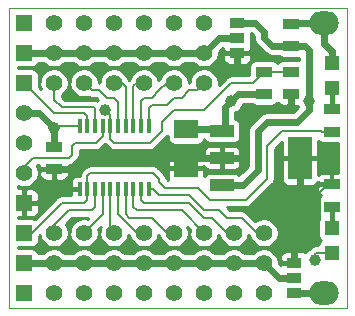
<source format=gtl>
G04 (created by PCBNEW-RS274X (2012-01-19 BZR 3256)-stable) date 1/12/2013 12:24:46 AM*
G01*
G70*
G90*
%MOIN*%
G04 Gerber Fmt 3.4, Leading zero omitted, Abs format*
%FSLAX34Y34*%
G04 APERTURE LIST*
%ADD10C,0.002000*%
%ADD11C,0.003900*%
%ADD12O,0.098400X0.078700*%
%ADD13R,0.080000X0.144000*%
%ADD14R,0.080000X0.040000*%
%ADD15R,0.055000X0.055000*%
%ADD16C,0.055000*%
%ADD17R,0.080000X0.060000*%
%ADD18R,0.047200X0.047200*%
%ADD19R,0.050000X0.038000*%
%ADD20R,0.055000X0.035000*%
%ADD21R,0.016000X0.050000*%
%ADD22C,0.039400*%
%ADD23C,0.024000*%
%ADD24C,0.008000*%
%ADD25C,0.016000*%
%ADD26C,0.010000*%
G04 APERTURE END LIST*
G54D10*
G54D11*
X26500Y-32500D02*
X26500Y-22500D01*
X37750Y-32500D02*
X26500Y-32500D01*
X37750Y-22500D02*
X37750Y-32500D01*
X26500Y-22500D02*
X37750Y-22500D01*
G54D12*
X37000Y-32000D03*
X37000Y-23000D03*
G54D13*
X36200Y-27500D03*
G54D14*
X33600Y-27500D03*
X33600Y-28400D03*
X33600Y-26600D03*
G54D15*
X27000Y-29000D03*
G54D16*
X27000Y-28000D03*
X27000Y-27000D03*
X27000Y-26000D03*
G54D17*
X32400Y-27850D03*
X32400Y-26550D03*
G54D18*
X37250Y-29837D03*
X37250Y-30663D03*
X37250Y-25163D03*
X37250Y-24337D03*
G54D19*
X36000Y-31000D03*
X36000Y-31500D03*
X36000Y-32000D03*
X34100Y-24000D03*
X34100Y-23500D03*
X34100Y-23000D03*
G54D20*
X35900Y-25375D03*
X35900Y-24625D03*
X37250Y-28375D03*
X37250Y-29125D03*
X37250Y-25875D03*
X37250Y-26625D03*
G54D21*
X28850Y-28550D03*
X29100Y-28550D03*
X29360Y-28550D03*
X29620Y-28550D03*
X29870Y-28550D03*
X30130Y-28550D03*
X30390Y-28550D03*
X30640Y-28550D03*
X30900Y-28550D03*
X31150Y-28550D03*
X31150Y-26450D03*
X30900Y-26450D03*
X30640Y-26450D03*
X30390Y-26450D03*
X30130Y-26450D03*
X29870Y-26450D03*
X29620Y-26450D03*
X29360Y-26450D03*
X29100Y-26450D03*
X28850Y-26450D03*
G54D15*
X27000Y-30000D03*
G54D16*
X28000Y-30000D03*
X29000Y-30000D03*
X30000Y-30000D03*
X31000Y-30000D03*
X32000Y-30000D03*
X33000Y-30000D03*
X34000Y-30000D03*
X35000Y-30000D03*
G54D15*
X27000Y-25000D03*
G54D16*
X28000Y-25000D03*
X29000Y-25000D03*
X30000Y-25000D03*
X31000Y-25000D03*
X32000Y-25000D03*
X33000Y-25000D03*
G54D15*
X27000Y-31000D03*
G54D16*
X28000Y-31000D03*
X29000Y-31000D03*
X30000Y-31000D03*
X31000Y-31000D03*
X32000Y-31000D03*
X33000Y-31000D03*
X34000Y-31000D03*
X35000Y-31000D03*
G54D15*
X27000Y-24000D03*
G54D16*
X28000Y-24000D03*
X29000Y-24000D03*
X30000Y-24000D03*
X31000Y-24000D03*
X32000Y-24000D03*
X33000Y-24000D03*
G54D15*
X27000Y-32000D03*
G54D16*
X28000Y-32000D03*
X29000Y-32000D03*
X30000Y-32000D03*
X31000Y-32000D03*
X32000Y-32000D03*
X33000Y-32000D03*
X34000Y-32000D03*
X35000Y-32000D03*
G54D15*
X27000Y-23000D03*
G54D16*
X28000Y-23000D03*
X29000Y-23000D03*
X30000Y-23000D03*
X31000Y-23000D03*
X32000Y-23000D03*
X33000Y-23000D03*
G54D20*
X28000Y-27875D03*
X28000Y-27125D03*
X35000Y-24625D03*
X35000Y-25375D03*
X35900Y-23775D03*
X35900Y-23025D03*
G54D22*
X34400Y-26400D03*
X34100Y-24600D03*
X36000Y-29200D03*
X36500Y-25600D03*
X36700Y-30900D03*
X33900Y-25600D03*
X28000Y-26500D03*
X29700Y-25900D03*
G54D23*
X36750Y-28750D02*
X36750Y-29550D01*
G54D24*
X36750Y-28750D02*
X37125Y-28375D01*
X28300Y-28550D02*
X28000Y-28250D01*
G54D23*
X35375Y-25900D02*
X35400Y-25900D01*
G54D24*
X28850Y-28550D02*
X28300Y-28550D01*
G54D23*
X34300Y-27500D02*
X33600Y-27500D01*
X34400Y-26400D02*
X34400Y-27400D01*
X34400Y-27400D02*
X34300Y-27500D01*
X32400Y-27850D02*
X32400Y-27900D01*
X36000Y-30300D02*
X36000Y-31000D01*
X35716Y-25900D02*
X35900Y-25716D01*
X35900Y-25716D02*
X35900Y-25375D01*
X34900Y-25900D02*
X34400Y-26400D01*
G54D25*
X37125Y-28375D02*
X37250Y-28375D01*
G54D23*
X36000Y-29200D02*
X36000Y-31000D01*
X36750Y-29550D02*
X36000Y-30300D01*
X32400Y-27500D02*
X32400Y-27850D01*
X28900Y-27500D02*
X32400Y-27500D01*
X28525Y-27875D02*
X28900Y-27500D01*
X28000Y-27875D02*
X28525Y-27875D01*
X32400Y-27500D02*
X32400Y-27850D01*
X36200Y-27500D02*
X36200Y-29000D01*
X36200Y-29000D02*
X36000Y-29200D01*
X35400Y-25900D02*
X35716Y-25900D01*
X32375Y-27875D02*
X32400Y-27850D01*
X34100Y-24000D02*
X34100Y-24600D01*
X35400Y-25900D02*
X34900Y-25900D01*
G54D24*
X28000Y-28250D02*
X28000Y-27875D01*
G54D23*
X33600Y-27500D02*
X32400Y-27500D01*
X35275Y-23775D02*
X35900Y-23775D01*
X35000Y-23500D02*
X35275Y-23775D01*
X36100Y-26300D02*
X36500Y-25900D01*
X35000Y-23500D02*
X35000Y-23300D01*
X35800Y-26300D02*
X36100Y-26300D01*
X34700Y-23000D02*
X34100Y-23000D01*
X34300Y-28400D02*
X33600Y-28400D01*
X34800Y-27900D02*
X34800Y-26600D01*
X35000Y-23300D02*
X34700Y-23000D01*
X36375Y-23775D02*
X36500Y-23900D01*
X36500Y-25900D02*
X36500Y-25600D01*
X34500Y-28200D02*
X34300Y-28400D01*
X34800Y-26600D02*
X35100Y-26300D01*
X37000Y-32000D02*
X36000Y-32000D01*
X35100Y-26300D02*
X35800Y-26300D01*
X36500Y-23900D02*
X36500Y-25600D01*
X34800Y-27900D02*
X34500Y-28200D01*
X35900Y-23775D02*
X36375Y-23775D01*
G54D24*
X36700Y-30700D02*
X36700Y-30900D01*
X36737Y-30663D02*
X36700Y-30700D01*
G54D23*
X37000Y-23700D02*
X37250Y-23950D01*
X34125Y-25375D02*
X33900Y-25600D01*
X35000Y-25375D02*
X34125Y-25375D01*
X27500Y-26000D02*
X28000Y-26500D01*
X37000Y-23000D02*
X35925Y-23000D01*
X33550Y-26550D02*
X33600Y-26600D01*
X33700Y-26500D02*
X33600Y-26600D01*
X33700Y-25800D02*
X33700Y-26500D01*
X37000Y-23000D02*
X37000Y-23700D01*
X28000Y-26500D02*
X28000Y-27125D01*
G54D24*
X28050Y-26450D02*
X28000Y-26500D01*
G54D23*
X37250Y-23950D02*
X37250Y-24337D01*
G54D24*
X28850Y-26450D02*
X28050Y-26450D01*
G54D23*
X27000Y-26000D02*
X27500Y-26000D01*
X32400Y-26550D02*
X33550Y-26550D01*
G54D24*
X37250Y-30663D02*
X36737Y-30663D01*
G54D23*
X35925Y-23000D02*
X35900Y-23025D01*
X33900Y-25600D02*
X33700Y-25800D01*
X31000Y-24000D02*
X30000Y-24000D01*
X30000Y-24000D02*
X29000Y-24000D01*
X33000Y-24000D02*
X33500Y-23500D01*
X32000Y-24000D02*
X31000Y-24000D01*
X28000Y-24000D02*
X27000Y-24000D01*
X33000Y-24000D02*
X32000Y-24000D01*
X29000Y-24000D02*
X28000Y-24000D01*
X33500Y-23500D02*
X34100Y-23500D01*
G54D25*
X37250Y-29125D02*
X37250Y-29837D01*
G54D24*
X29870Y-26070D02*
X29700Y-25900D01*
X34625Y-25000D02*
X35000Y-24625D01*
X31600Y-26600D02*
X31600Y-26300D01*
X29870Y-26450D02*
X29870Y-26870D01*
X29870Y-26450D02*
X29870Y-26070D01*
X29870Y-26870D02*
X30000Y-27000D01*
X30000Y-27000D02*
X31200Y-27000D01*
X31200Y-27000D02*
X31600Y-26600D01*
X33000Y-25900D02*
X33900Y-25000D01*
X33900Y-25000D02*
X34625Y-25000D01*
X35000Y-24625D02*
X35900Y-24625D01*
X32000Y-25900D02*
X33000Y-25900D01*
X31600Y-26300D02*
X32000Y-25900D01*
X29100Y-26450D02*
X29100Y-26100D01*
X28000Y-26000D02*
X27000Y-25000D01*
X29000Y-26000D02*
X28000Y-26000D01*
X29100Y-26100D02*
X29000Y-26000D01*
X29620Y-28550D02*
X29620Y-29380D01*
X29620Y-29380D02*
X29000Y-30000D01*
G54D23*
X27000Y-31000D02*
X28000Y-31000D01*
X35500Y-31500D02*
X35000Y-31000D01*
X33000Y-31000D02*
X34000Y-31000D01*
X34000Y-31000D02*
X35000Y-31000D01*
X28000Y-31000D02*
X29000Y-31000D01*
X36000Y-31500D02*
X35500Y-31500D01*
X32000Y-31000D02*
X33000Y-31000D01*
X30000Y-31000D02*
X31000Y-31000D01*
X31000Y-31000D02*
X32000Y-31000D01*
X29000Y-31000D02*
X30000Y-31000D01*
G54D24*
X29250Y-29250D02*
X29360Y-29140D01*
X29360Y-29140D02*
X29360Y-28550D01*
X28500Y-29250D02*
X29250Y-29250D01*
X28000Y-29750D02*
X28500Y-29250D01*
X28000Y-30000D02*
X28000Y-29750D01*
X29870Y-28550D02*
X29870Y-29870D01*
X29870Y-29870D02*
X30000Y-30000D01*
X30750Y-30000D02*
X31000Y-30000D01*
X30130Y-29380D02*
X30750Y-30000D01*
X30130Y-28550D02*
X30130Y-29380D01*
X30390Y-28550D02*
X30390Y-29382D01*
X30390Y-29382D02*
X30508Y-29500D01*
X30508Y-29500D02*
X31250Y-29500D01*
X31750Y-30000D02*
X32000Y-30000D01*
X31250Y-29500D02*
X31750Y-30000D01*
X30750Y-29250D02*
X32250Y-29250D01*
X30640Y-29140D02*
X30750Y-29250D01*
X32250Y-29250D02*
X33000Y-30000D01*
X30640Y-28550D02*
X30640Y-29140D01*
X30900Y-28900D02*
X31000Y-29000D01*
X31000Y-29000D02*
X32500Y-29000D01*
X33750Y-30000D02*
X34000Y-30000D01*
X32500Y-29000D02*
X33000Y-29500D01*
X33000Y-29500D02*
X33250Y-29500D01*
X33250Y-29500D02*
X33750Y-30000D01*
X30900Y-28550D02*
X30900Y-28900D01*
X32508Y-28750D02*
X33008Y-29250D01*
X33008Y-29250D02*
X33500Y-29250D01*
X34250Y-29500D02*
X34750Y-30000D01*
X34750Y-30000D02*
X35000Y-30000D01*
X31150Y-28550D02*
X31300Y-28550D01*
X31500Y-28750D02*
X32508Y-28750D01*
X33750Y-29500D02*
X34250Y-29500D01*
X33500Y-29250D02*
X33750Y-29500D01*
X31300Y-28550D02*
X31500Y-28750D01*
X30130Y-26450D02*
X30130Y-25630D01*
X30130Y-25630D02*
X30000Y-25500D01*
X29250Y-25250D02*
X29000Y-25000D01*
X30000Y-25500D02*
X29750Y-25500D01*
X29750Y-25500D02*
X29500Y-25250D01*
X29500Y-25250D02*
X29250Y-25250D01*
X30390Y-26450D02*
X30390Y-25140D01*
X30250Y-25000D02*
X30000Y-25000D01*
X30390Y-25140D02*
X30250Y-25000D01*
X30640Y-26450D02*
X30640Y-25110D01*
X30640Y-25110D02*
X30750Y-25000D01*
X30750Y-25000D02*
X31000Y-25000D01*
X30900Y-26450D02*
X30900Y-25600D01*
X31000Y-25500D02*
X31250Y-25500D01*
X30900Y-25600D02*
X31000Y-25500D01*
X31250Y-25500D02*
X31500Y-25250D01*
X31500Y-25250D02*
X31750Y-25000D01*
X31750Y-25000D02*
X32000Y-25000D01*
X32250Y-25500D02*
X32500Y-25250D01*
X31150Y-25850D02*
X31250Y-25750D01*
X32750Y-25250D02*
X33000Y-25000D01*
X31250Y-25750D02*
X31750Y-25750D01*
X32000Y-25500D02*
X32250Y-25500D01*
X31750Y-25750D02*
X32000Y-25500D01*
X32500Y-25250D02*
X32750Y-25250D01*
X31150Y-26450D02*
X31150Y-25850D01*
X29318Y-25818D02*
X29360Y-25860D01*
X28000Y-25568D02*
X28250Y-25818D01*
X28000Y-25000D02*
X28000Y-25568D01*
X29360Y-25860D02*
X29360Y-26450D01*
X28250Y-25818D02*
X29318Y-25818D01*
X27000Y-28000D02*
X27000Y-27800D01*
X28600Y-27100D02*
X28700Y-27000D01*
X29620Y-26780D02*
X29620Y-26450D01*
X27300Y-27500D02*
X28500Y-27500D01*
X28500Y-27500D02*
X28600Y-27400D01*
X29400Y-27000D02*
X29620Y-26780D01*
X27000Y-27800D02*
X27300Y-27500D01*
X28600Y-27400D02*
X28600Y-27100D01*
X28700Y-27000D02*
X29400Y-27000D01*
X36925Y-26625D02*
X37250Y-26625D01*
X36925Y-26625D02*
X36900Y-26600D01*
X35100Y-27100D02*
X35100Y-28200D01*
X32700Y-28500D02*
X32800Y-28500D01*
X35600Y-26600D02*
X35100Y-27100D01*
X36900Y-26600D02*
X35600Y-26600D01*
X29100Y-28550D02*
X29100Y-28100D01*
X29200Y-28000D02*
X29100Y-28100D01*
X31300Y-28000D02*
X29200Y-28000D01*
X31700Y-28500D02*
X31500Y-28300D01*
X31500Y-28200D02*
X31300Y-28000D01*
X32600Y-28500D02*
X32700Y-28500D01*
X31500Y-28300D02*
X31500Y-28200D01*
X34400Y-28900D02*
X35100Y-28200D01*
X33200Y-28900D02*
X34400Y-28900D01*
X32800Y-28500D02*
X33200Y-28900D01*
X29000Y-29000D02*
X29100Y-28900D01*
X29100Y-28900D02*
X29100Y-28550D01*
X27250Y-30000D02*
X28250Y-29000D01*
X28250Y-29000D02*
X29000Y-29000D01*
X27000Y-30000D02*
X27250Y-30000D01*
X32600Y-28500D02*
X31700Y-28500D01*
G54D25*
X37250Y-25163D02*
X37250Y-25875D01*
G54D10*
G36*
X36139Y-25792D02*
X35962Y-25969D01*
X35805Y-25969D01*
X35800Y-25969D01*
X35103Y-25969D01*
X35100Y-25969D01*
X35036Y-25975D01*
X34982Y-25991D01*
X34977Y-25993D01*
X34976Y-25993D01*
X34974Y-25994D01*
X34944Y-26009D01*
X34920Y-26022D01*
X34918Y-26023D01*
X34917Y-26024D01*
X34891Y-26045D01*
X34869Y-26063D01*
X34867Y-26065D01*
X34866Y-26066D01*
X34568Y-26364D01*
X34566Y-26366D01*
X34525Y-26415D01*
X34507Y-26449D01*
X34496Y-26470D01*
X34495Y-26472D01*
X34495Y-26473D01*
X34475Y-26534D01*
X34471Y-26573D01*
X34469Y-26595D01*
X34469Y-26599D01*
X34469Y-26600D01*
X34469Y-27763D01*
X34269Y-27963D01*
X34266Y-27966D01*
X34265Y-27967D01*
X34211Y-28019D01*
X34211Y-27721D01*
X34211Y-27582D01*
X34211Y-27418D01*
X34211Y-27279D01*
X34203Y-27238D01*
X34187Y-27200D01*
X34164Y-27166D01*
X34135Y-27136D01*
X34101Y-27113D01*
X34062Y-27097D01*
X34022Y-27089D01*
X33980Y-27089D01*
X33682Y-27089D01*
X33630Y-27141D01*
X33630Y-27470D01*
X34159Y-27470D01*
X34211Y-27418D01*
X34211Y-27582D01*
X34159Y-27530D01*
X33630Y-27530D01*
X33630Y-27859D01*
X33682Y-27911D01*
X33980Y-27911D01*
X34022Y-27911D01*
X34062Y-27903D01*
X34101Y-27887D01*
X34135Y-27864D01*
X34164Y-27834D01*
X34187Y-27800D01*
X34203Y-27762D01*
X34211Y-27721D01*
X34211Y-28019D01*
X34164Y-28066D01*
X34135Y-28036D01*
X34101Y-28013D01*
X34062Y-27997D01*
X34022Y-27989D01*
X33980Y-27989D01*
X33570Y-27989D01*
X33570Y-27859D01*
X33570Y-27580D01*
X33570Y-27530D01*
X33570Y-27470D01*
X33570Y-27420D01*
X33570Y-27141D01*
X33518Y-27089D01*
X33220Y-27089D01*
X33178Y-27089D01*
X33138Y-27097D01*
X33099Y-27113D01*
X33065Y-27136D01*
X33036Y-27166D01*
X33013Y-27200D01*
X32997Y-27238D01*
X32989Y-27279D01*
X32989Y-27418D01*
X32991Y-27420D01*
X32989Y-27420D01*
X32989Y-27454D01*
X32987Y-27450D01*
X32964Y-27416D01*
X32935Y-27386D01*
X32901Y-27363D01*
X32862Y-27347D01*
X32822Y-27339D01*
X32780Y-27339D01*
X32482Y-27339D01*
X32430Y-27391D01*
X32430Y-27820D01*
X32959Y-27820D01*
X33002Y-27776D01*
X33013Y-27800D01*
X33036Y-27834D01*
X33065Y-27864D01*
X33099Y-27887D01*
X33138Y-27903D01*
X33178Y-27911D01*
X33220Y-27911D01*
X33518Y-27911D01*
X33570Y-27859D01*
X33570Y-27989D01*
X33179Y-27989D01*
X33138Y-27997D01*
X33100Y-28013D01*
X33066Y-28036D01*
X33036Y-28065D01*
X33013Y-28099D01*
X33011Y-28103D01*
X33011Y-27932D01*
X32959Y-27880D01*
X32480Y-27880D01*
X32430Y-27880D01*
X32370Y-27880D01*
X32370Y-27820D01*
X32370Y-27391D01*
X32318Y-27339D01*
X32020Y-27339D01*
X31978Y-27339D01*
X31938Y-27347D01*
X31899Y-27363D01*
X31865Y-27386D01*
X31836Y-27416D01*
X31813Y-27450D01*
X31797Y-27488D01*
X31789Y-27529D01*
X31789Y-27768D01*
X31841Y-27820D01*
X32370Y-27820D01*
X32370Y-27880D01*
X32320Y-27880D01*
X31841Y-27880D01*
X31789Y-27932D01*
X31789Y-28171D01*
X31797Y-28212D01*
X31812Y-28249D01*
X31803Y-28249D01*
X31750Y-28196D01*
X31746Y-28153D01*
X31746Y-28151D01*
X31738Y-28125D01*
X31733Y-28106D01*
X31732Y-28104D01*
X31730Y-28100D01*
X31710Y-28062D01*
X31709Y-28061D01*
X31680Y-28025D01*
X31678Y-28023D01*
X31677Y-28022D01*
X31482Y-27828D01*
X31479Y-27824D01*
X31477Y-27823D01*
X31442Y-27793D01*
X31440Y-27791D01*
X31439Y-27791D01*
X31425Y-27783D01*
X31399Y-27769D01*
X31396Y-27768D01*
X31394Y-27767D01*
X31352Y-27754D01*
X31304Y-27749D01*
X31301Y-27749D01*
X31300Y-27749D01*
X29202Y-27749D01*
X29200Y-27749D01*
X29151Y-27754D01*
X29120Y-27762D01*
X29106Y-27767D01*
X29104Y-27767D01*
X29104Y-27768D01*
X29061Y-27791D01*
X29039Y-27808D01*
X29025Y-27820D01*
X29023Y-27822D01*
X29022Y-27823D01*
X28928Y-27917D01*
X28924Y-27921D01*
X28893Y-27958D01*
X28891Y-27959D01*
X28891Y-27961D01*
X28883Y-27975D01*
X28869Y-28001D01*
X28868Y-28003D01*
X28868Y-28004D01*
X28867Y-28006D01*
X28854Y-28048D01*
X28849Y-28089D01*
X28770Y-28089D01*
X28770Y-28091D01*
X28768Y-28089D01*
X28749Y-28089D01*
X28708Y-28097D01*
X28670Y-28113D01*
X28636Y-28136D01*
X28606Y-28165D01*
X28583Y-28199D01*
X28567Y-28238D01*
X28559Y-28278D01*
X28559Y-28320D01*
X28559Y-28468D01*
X28611Y-28520D01*
X28770Y-28520D01*
X28809Y-28520D01*
X28809Y-28580D01*
X28770Y-28580D01*
X28611Y-28580D01*
X28559Y-28632D01*
X28559Y-28749D01*
X28486Y-28749D01*
X28486Y-28071D01*
X28486Y-27957D01*
X28434Y-27905D01*
X28030Y-27905D01*
X28030Y-28209D01*
X28082Y-28261D01*
X28255Y-28261D01*
X28297Y-28261D01*
X28337Y-28253D01*
X28376Y-28237D01*
X28410Y-28214D01*
X28439Y-28184D01*
X28462Y-28150D01*
X28478Y-28112D01*
X28486Y-28071D01*
X28486Y-28749D01*
X28252Y-28749D01*
X28250Y-28749D01*
X28241Y-28749D01*
X28204Y-28753D01*
X28157Y-28767D01*
X28156Y-28767D01*
X28154Y-28768D01*
X28139Y-28775D01*
X28113Y-28789D01*
X28075Y-28820D01*
X28073Y-28822D01*
X28072Y-28823D01*
X27970Y-28925D01*
X27970Y-28209D01*
X27970Y-27905D01*
X27566Y-27905D01*
X27514Y-27957D01*
X27514Y-28071D01*
X27522Y-28112D01*
X27538Y-28150D01*
X27561Y-28184D01*
X27590Y-28214D01*
X27624Y-28237D01*
X27663Y-28253D01*
X27703Y-28261D01*
X27745Y-28261D01*
X27918Y-28261D01*
X27970Y-28209D01*
X27970Y-28925D01*
X27486Y-29409D01*
X27486Y-29296D01*
X27486Y-29082D01*
X27486Y-28918D01*
X27486Y-28704D01*
X27478Y-28663D01*
X27462Y-28625D01*
X27439Y-28591D01*
X27410Y-28561D01*
X27376Y-28538D01*
X27337Y-28522D01*
X27297Y-28514D01*
X27255Y-28514D01*
X27082Y-28514D01*
X27030Y-28566D01*
X27030Y-28970D01*
X27434Y-28970D01*
X27486Y-28918D01*
X27486Y-29082D01*
X27434Y-29030D01*
X27030Y-29030D01*
X27030Y-29434D01*
X27082Y-29486D01*
X27255Y-29486D01*
X27297Y-29486D01*
X27337Y-29478D01*
X27376Y-29462D01*
X27410Y-29439D01*
X27439Y-29409D01*
X27462Y-29375D01*
X27478Y-29337D01*
X27486Y-29296D01*
X27486Y-29409D01*
X27363Y-29532D01*
X27337Y-29522D01*
X27297Y-29514D01*
X27255Y-29514D01*
X26800Y-29514D01*
X26800Y-29486D01*
X26918Y-29486D01*
X26970Y-29434D01*
X26970Y-29080D01*
X26970Y-29030D01*
X26970Y-28970D01*
X26970Y-28920D01*
X26970Y-28566D01*
X26918Y-28514D01*
X26800Y-28514D01*
X26800Y-28443D01*
X26849Y-28465D01*
X26943Y-28485D01*
X27038Y-28487D01*
X27132Y-28470D01*
X27221Y-28436D01*
X27301Y-28385D01*
X27370Y-28319D01*
X27425Y-28241D01*
X27464Y-28154D01*
X27485Y-28061D01*
X27486Y-27952D01*
X27467Y-27859D01*
X27431Y-27770D01*
X27418Y-27751D01*
X27514Y-27751D01*
X27514Y-27793D01*
X27566Y-27845D01*
X27920Y-27845D01*
X27970Y-27845D01*
X28030Y-27845D01*
X28080Y-27845D01*
X28434Y-27845D01*
X28486Y-27793D01*
X28486Y-27751D01*
X28498Y-27751D01*
X28500Y-27751D01*
X28508Y-27750D01*
X28546Y-27747D01*
X28549Y-27746D01*
X28593Y-27733D01*
X28593Y-27732D01*
X28596Y-27732D01*
X28610Y-27724D01*
X28637Y-27711D01*
X28639Y-27709D01*
X28675Y-27680D01*
X28675Y-27679D01*
X28677Y-27678D01*
X28677Y-27677D01*
X28681Y-27672D01*
X28775Y-27579D01*
X28776Y-27579D01*
X28776Y-27578D01*
X28777Y-27578D01*
X28783Y-27570D01*
X28807Y-27542D01*
X28808Y-27540D01*
X28831Y-27499D01*
X28831Y-27496D01*
X28832Y-27496D01*
X28832Y-27493D01*
X28846Y-27452D01*
X28846Y-27450D01*
X28851Y-27404D01*
X28851Y-27401D01*
X28851Y-27400D01*
X28851Y-27251D01*
X29398Y-27251D01*
X29400Y-27251D01*
X29408Y-27250D01*
X29446Y-27247D01*
X29449Y-27246D01*
X29493Y-27233D01*
X29493Y-27232D01*
X29496Y-27232D01*
X29510Y-27224D01*
X29537Y-27211D01*
X29539Y-27209D01*
X29575Y-27180D01*
X29575Y-27179D01*
X29577Y-27178D01*
X29577Y-27177D01*
X29581Y-27172D01*
X29700Y-27054D01*
X29820Y-27175D01*
X29821Y-27176D01*
X29822Y-27177D01*
X29829Y-27183D01*
X29858Y-27207D01*
X29860Y-27208D01*
X29901Y-27231D01*
X29903Y-27231D01*
X29948Y-27246D01*
X29996Y-27251D01*
X30000Y-27251D01*
X31198Y-27251D01*
X31200Y-27251D01*
X31208Y-27250D01*
X31246Y-27247D01*
X31249Y-27246D01*
X31293Y-27233D01*
X31293Y-27232D01*
X31296Y-27232D01*
X31310Y-27224D01*
X31337Y-27211D01*
X31339Y-27209D01*
X31375Y-27180D01*
X31375Y-27179D01*
X31377Y-27178D01*
X31377Y-27177D01*
X31381Y-27172D01*
X31775Y-26779D01*
X31776Y-26779D01*
X31776Y-26778D01*
X31777Y-26778D01*
X31783Y-26770D01*
X31789Y-26763D01*
X31789Y-26871D01*
X31797Y-26912D01*
X31813Y-26950D01*
X31836Y-26984D01*
X31865Y-27014D01*
X31899Y-27037D01*
X31938Y-27053D01*
X31978Y-27061D01*
X32020Y-27061D01*
X32821Y-27061D01*
X32862Y-27053D01*
X32900Y-27037D01*
X32934Y-27014D01*
X32964Y-26985D01*
X32987Y-26951D01*
X33003Y-26912D01*
X33007Y-26887D01*
X33013Y-26900D01*
X33036Y-26934D01*
X33065Y-26964D01*
X33099Y-26987D01*
X33138Y-27003D01*
X33178Y-27011D01*
X33220Y-27011D01*
X34021Y-27011D01*
X34062Y-27003D01*
X34100Y-26987D01*
X34134Y-26964D01*
X34164Y-26935D01*
X34187Y-26901D01*
X34203Y-26862D01*
X34211Y-26822D01*
X34211Y-26780D01*
X34211Y-26379D01*
X34203Y-26338D01*
X34187Y-26300D01*
X34164Y-26266D01*
X34135Y-26236D01*
X34101Y-26213D01*
X34062Y-26197D01*
X34031Y-26190D01*
X34031Y-25985D01*
X34084Y-25965D01*
X34152Y-25922D01*
X34210Y-25867D01*
X34256Y-25802D01*
X34288Y-25729D01*
X34293Y-25706D01*
X34582Y-25706D01*
X34590Y-25714D01*
X34624Y-25737D01*
X34663Y-25753D01*
X34703Y-25761D01*
X34745Y-25761D01*
X35296Y-25761D01*
X35337Y-25753D01*
X35375Y-25737D01*
X35409Y-25714D01*
X35439Y-25685D01*
X35450Y-25668D01*
X35461Y-25684D01*
X35490Y-25714D01*
X35524Y-25737D01*
X35563Y-25753D01*
X35603Y-25761D01*
X35645Y-25761D01*
X35818Y-25761D01*
X35870Y-25709D01*
X35870Y-25455D01*
X35870Y-25405D01*
X35870Y-25345D01*
X35930Y-25345D01*
X35930Y-25405D01*
X35930Y-25455D01*
X35930Y-25709D01*
X35982Y-25761D01*
X36125Y-25761D01*
X36136Y-25787D01*
X36139Y-25792D01*
X36139Y-25792D01*
G37*
G54D26*
X36139Y-25792D02*
X35962Y-25969D01*
X35805Y-25969D01*
X35800Y-25969D01*
X35103Y-25969D01*
X35100Y-25969D01*
X35036Y-25975D01*
X34982Y-25991D01*
X34977Y-25993D01*
X34976Y-25993D01*
X34974Y-25994D01*
X34944Y-26009D01*
X34920Y-26022D01*
X34918Y-26023D01*
X34917Y-26024D01*
X34891Y-26045D01*
X34869Y-26063D01*
X34867Y-26065D01*
X34866Y-26066D01*
X34568Y-26364D01*
X34566Y-26366D01*
X34525Y-26415D01*
X34507Y-26449D01*
X34496Y-26470D01*
X34495Y-26472D01*
X34495Y-26473D01*
X34475Y-26534D01*
X34471Y-26573D01*
X34469Y-26595D01*
X34469Y-26599D01*
X34469Y-26600D01*
X34469Y-27763D01*
X34269Y-27963D01*
X34266Y-27966D01*
X34265Y-27967D01*
X34211Y-28019D01*
X34211Y-27721D01*
X34211Y-27582D01*
X34211Y-27418D01*
X34211Y-27279D01*
X34203Y-27238D01*
X34187Y-27200D01*
X34164Y-27166D01*
X34135Y-27136D01*
X34101Y-27113D01*
X34062Y-27097D01*
X34022Y-27089D01*
X33980Y-27089D01*
X33682Y-27089D01*
X33630Y-27141D01*
X33630Y-27470D01*
X34159Y-27470D01*
X34211Y-27418D01*
X34211Y-27582D01*
X34159Y-27530D01*
X33630Y-27530D01*
X33630Y-27859D01*
X33682Y-27911D01*
X33980Y-27911D01*
X34022Y-27911D01*
X34062Y-27903D01*
X34101Y-27887D01*
X34135Y-27864D01*
X34164Y-27834D01*
X34187Y-27800D01*
X34203Y-27762D01*
X34211Y-27721D01*
X34211Y-28019D01*
X34164Y-28066D01*
X34135Y-28036D01*
X34101Y-28013D01*
X34062Y-27997D01*
X34022Y-27989D01*
X33980Y-27989D01*
X33570Y-27989D01*
X33570Y-27859D01*
X33570Y-27580D01*
X33570Y-27530D01*
X33570Y-27470D01*
X33570Y-27420D01*
X33570Y-27141D01*
X33518Y-27089D01*
X33220Y-27089D01*
X33178Y-27089D01*
X33138Y-27097D01*
X33099Y-27113D01*
X33065Y-27136D01*
X33036Y-27166D01*
X33013Y-27200D01*
X32997Y-27238D01*
X32989Y-27279D01*
X32989Y-27418D01*
X32991Y-27420D01*
X32989Y-27420D01*
X32989Y-27454D01*
X32987Y-27450D01*
X32964Y-27416D01*
X32935Y-27386D01*
X32901Y-27363D01*
X32862Y-27347D01*
X32822Y-27339D01*
X32780Y-27339D01*
X32482Y-27339D01*
X32430Y-27391D01*
X32430Y-27820D01*
X32959Y-27820D01*
X33002Y-27776D01*
X33013Y-27800D01*
X33036Y-27834D01*
X33065Y-27864D01*
X33099Y-27887D01*
X33138Y-27903D01*
X33178Y-27911D01*
X33220Y-27911D01*
X33518Y-27911D01*
X33570Y-27859D01*
X33570Y-27989D01*
X33179Y-27989D01*
X33138Y-27997D01*
X33100Y-28013D01*
X33066Y-28036D01*
X33036Y-28065D01*
X33013Y-28099D01*
X33011Y-28103D01*
X33011Y-27932D01*
X32959Y-27880D01*
X32480Y-27880D01*
X32430Y-27880D01*
X32370Y-27880D01*
X32370Y-27820D01*
X32370Y-27391D01*
X32318Y-27339D01*
X32020Y-27339D01*
X31978Y-27339D01*
X31938Y-27347D01*
X31899Y-27363D01*
X31865Y-27386D01*
X31836Y-27416D01*
X31813Y-27450D01*
X31797Y-27488D01*
X31789Y-27529D01*
X31789Y-27768D01*
X31841Y-27820D01*
X32370Y-27820D01*
X32370Y-27880D01*
X32320Y-27880D01*
X31841Y-27880D01*
X31789Y-27932D01*
X31789Y-28171D01*
X31797Y-28212D01*
X31812Y-28249D01*
X31803Y-28249D01*
X31750Y-28196D01*
X31746Y-28153D01*
X31746Y-28151D01*
X31738Y-28125D01*
X31733Y-28106D01*
X31732Y-28104D01*
X31730Y-28100D01*
X31710Y-28062D01*
X31709Y-28061D01*
X31680Y-28025D01*
X31678Y-28023D01*
X31677Y-28022D01*
X31482Y-27828D01*
X31479Y-27824D01*
X31477Y-27823D01*
X31442Y-27793D01*
X31440Y-27791D01*
X31439Y-27791D01*
X31425Y-27783D01*
X31399Y-27769D01*
X31396Y-27768D01*
X31394Y-27767D01*
X31352Y-27754D01*
X31304Y-27749D01*
X31301Y-27749D01*
X31300Y-27749D01*
X29202Y-27749D01*
X29200Y-27749D01*
X29151Y-27754D01*
X29120Y-27762D01*
X29106Y-27767D01*
X29104Y-27767D01*
X29104Y-27768D01*
X29061Y-27791D01*
X29039Y-27808D01*
X29025Y-27820D01*
X29023Y-27822D01*
X29022Y-27823D01*
X28928Y-27917D01*
X28924Y-27921D01*
X28893Y-27958D01*
X28891Y-27959D01*
X28891Y-27961D01*
X28883Y-27975D01*
X28869Y-28001D01*
X28868Y-28003D01*
X28868Y-28004D01*
X28867Y-28006D01*
X28854Y-28048D01*
X28849Y-28089D01*
X28770Y-28089D01*
X28770Y-28091D01*
X28768Y-28089D01*
X28749Y-28089D01*
X28708Y-28097D01*
X28670Y-28113D01*
X28636Y-28136D01*
X28606Y-28165D01*
X28583Y-28199D01*
X28567Y-28238D01*
X28559Y-28278D01*
X28559Y-28320D01*
X28559Y-28468D01*
X28611Y-28520D01*
X28770Y-28520D01*
X28809Y-28520D01*
X28809Y-28580D01*
X28770Y-28580D01*
X28611Y-28580D01*
X28559Y-28632D01*
X28559Y-28749D01*
X28486Y-28749D01*
X28486Y-28071D01*
X28486Y-27957D01*
X28434Y-27905D01*
X28030Y-27905D01*
X28030Y-28209D01*
X28082Y-28261D01*
X28255Y-28261D01*
X28297Y-28261D01*
X28337Y-28253D01*
X28376Y-28237D01*
X28410Y-28214D01*
X28439Y-28184D01*
X28462Y-28150D01*
X28478Y-28112D01*
X28486Y-28071D01*
X28486Y-28749D01*
X28252Y-28749D01*
X28250Y-28749D01*
X28241Y-28749D01*
X28204Y-28753D01*
X28157Y-28767D01*
X28156Y-28767D01*
X28154Y-28768D01*
X28139Y-28775D01*
X28113Y-28789D01*
X28075Y-28820D01*
X28073Y-28822D01*
X28072Y-28823D01*
X27970Y-28925D01*
X27970Y-28209D01*
X27970Y-27905D01*
X27566Y-27905D01*
X27514Y-27957D01*
X27514Y-28071D01*
X27522Y-28112D01*
X27538Y-28150D01*
X27561Y-28184D01*
X27590Y-28214D01*
X27624Y-28237D01*
X27663Y-28253D01*
X27703Y-28261D01*
X27745Y-28261D01*
X27918Y-28261D01*
X27970Y-28209D01*
X27970Y-28925D01*
X27486Y-29409D01*
X27486Y-29296D01*
X27486Y-29082D01*
X27486Y-28918D01*
X27486Y-28704D01*
X27478Y-28663D01*
X27462Y-28625D01*
X27439Y-28591D01*
X27410Y-28561D01*
X27376Y-28538D01*
X27337Y-28522D01*
X27297Y-28514D01*
X27255Y-28514D01*
X27082Y-28514D01*
X27030Y-28566D01*
X27030Y-28970D01*
X27434Y-28970D01*
X27486Y-28918D01*
X27486Y-29082D01*
X27434Y-29030D01*
X27030Y-29030D01*
X27030Y-29434D01*
X27082Y-29486D01*
X27255Y-29486D01*
X27297Y-29486D01*
X27337Y-29478D01*
X27376Y-29462D01*
X27410Y-29439D01*
X27439Y-29409D01*
X27462Y-29375D01*
X27478Y-29337D01*
X27486Y-29296D01*
X27486Y-29409D01*
X27363Y-29532D01*
X27337Y-29522D01*
X27297Y-29514D01*
X27255Y-29514D01*
X26800Y-29514D01*
X26800Y-29486D01*
X26918Y-29486D01*
X26970Y-29434D01*
X26970Y-29080D01*
X26970Y-29030D01*
X26970Y-28970D01*
X26970Y-28920D01*
X26970Y-28566D01*
X26918Y-28514D01*
X26800Y-28514D01*
X26800Y-28443D01*
X26849Y-28465D01*
X26943Y-28485D01*
X27038Y-28487D01*
X27132Y-28470D01*
X27221Y-28436D01*
X27301Y-28385D01*
X27370Y-28319D01*
X27425Y-28241D01*
X27464Y-28154D01*
X27485Y-28061D01*
X27486Y-27952D01*
X27467Y-27859D01*
X27431Y-27770D01*
X27418Y-27751D01*
X27514Y-27751D01*
X27514Y-27793D01*
X27566Y-27845D01*
X27920Y-27845D01*
X27970Y-27845D01*
X28030Y-27845D01*
X28080Y-27845D01*
X28434Y-27845D01*
X28486Y-27793D01*
X28486Y-27751D01*
X28498Y-27751D01*
X28500Y-27751D01*
X28508Y-27750D01*
X28546Y-27747D01*
X28549Y-27746D01*
X28593Y-27733D01*
X28593Y-27732D01*
X28596Y-27732D01*
X28610Y-27724D01*
X28637Y-27711D01*
X28639Y-27709D01*
X28675Y-27680D01*
X28675Y-27679D01*
X28677Y-27678D01*
X28677Y-27677D01*
X28681Y-27672D01*
X28775Y-27579D01*
X28776Y-27579D01*
X28776Y-27578D01*
X28777Y-27578D01*
X28783Y-27570D01*
X28807Y-27542D01*
X28808Y-27540D01*
X28831Y-27499D01*
X28831Y-27496D01*
X28832Y-27496D01*
X28832Y-27493D01*
X28846Y-27452D01*
X28846Y-27450D01*
X28851Y-27404D01*
X28851Y-27401D01*
X28851Y-27400D01*
X28851Y-27251D01*
X29398Y-27251D01*
X29400Y-27251D01*
X29408Y-27250D01*
X29446Y-27247D01*
X29449Y-27246D01*
X29493Y-27233D01*
X29493Y-27232D01*
X29496Y-27232D01*
X29510Y-27224D01*
X29537Y-27211D01*
X29539Y-27209D01*
X29575Y-27180D01*
X29575Y-27179D01*
X29577Y-27178D01*
X29577Y-27177D01*
X29581Y-27172D01*
X29700Y-27054D01*
X29820Y-27175D01*
X29821Y-27176D01*
X29822Y-27177D01*
X29829Y-27183D01*
X29858Y-27207D01*
X29860Y-27208D01*
X29901Y-27231D01*
X29903Y-27231D01*
X29948Y-27246D01*
X29996Y-27251D01*
X30000Y-27251D01*
X31198Y-27251D01*
X31200Y-27251D01*
X31208Y-27250D01*
X31246Y-27247D01*
X31249Y-27246D01*
X31293Y-27233D01*
X31293Y-27232D01*
X31296Y-27232D01*
X31310Y-27224D01*
X31337Y-27211D01*
X31339Y-27209D01*
X31375Y-27180D01*
X31375Y-27179D01*
X31377Y-27178D01*
X31377Y-27177D01*
X31381Y-27172D01*
X31775Y-26779D01*
X31776Y-26779D01*
X31776Y-26778D01*
X31777Y-26778D01*
X31783Y-26770D01*
X31789Y-26763D01*
X31789Y-26871D01*
X31797Y-26912D01*
X31813Y-26950D01*
X31836Y-26984D01*
X31865Y-27014D01*
X31899Y-27037D01*
X31938Y-27053D01*
X31978Y-27061D01*
X32020Y-27061D01*
X32821Y-27061D01*
X32862Y-27053D01*
X32900Y-27037D01*
X32934Y-27014D01*
X32964Y-26985D01*
X32987Y-26951D01*
X33003Y-26912D01*
X33007Y-26887D01*
X33013Y-26900D01*
X33036Y-26934D01*
X33065Y-26964D01*
X33099Y-26987D01*
X33138Y-27003D01*
X33178Y-27011D01*
X33220Y-27011D01*
X34021Y-27011D01*
X34062Y-27003D01*
X34100Y-26987D01*
X34134Y-26964D01*
X34164Y-26935D01*
X34187Y-26901D01*
X34203Y-26862D01*
X34211Y-26822D01*
X34211Y-26780D01*
X34211Y-26379D01*
X34203Y-26338D01*
X34187Y-26300D01*
X34164Y-26266D01*
X34135Y-26236D01*
X34101Y-26213D01*
X34062Y-26197D01*
X34031Y-26190D01*
X34031Y-25985D01*
X34084Y-25965D01*
X34152Y-25922D01*
X34210Y-25867D01*
X34256Y-25802D01*
X34288Y-25729D01*
X34293Y-25706D01*
X34582Y-25706D01*
X34590Y-25714D01*
X34624Y-25737D01*
X34663Y-25753D01*
X34703Y-25761D01*
X34745Y-25761D01*
X35296Y-25761D01*
X35337Y-25753D01*
X35375Y-25737D01*
X35409Y-25714D01*
X35439Y-25685D01*
X35450Y-25668D01*
X35461Y-25684D01*
X35490Y-25714D01*
X35524Y-25737D01*
X35563Y-25753D01*
X35603Y-25761D01*
X35645Y-25761D01*
X35818Y-25761D01*
X35870Y-25709D01*
X35870Y-25455D01*
X35870Y-25405D01*
X35870Y-25345D01*
X35930Y-25345D01*
X35930Y-25405D01*
X35930Y-25455D01*
X35930Y-25709D01*
X35982Y-25761D01*
X36125Y-25761D01*
X36136Y-25787D01*
X36139Y-25792D01*
G54D10*
G36*
X36169Y-24239D02*
X36155Y-24239D01*
X35604Y-24239D01*
X35563Y-24247D01*
X35525Y-24263D01*
X35491Y-24286D01*
X35461Y-24315D01*
X35449Y-24331D01*
X35439Y-24316D01*
X35410Y-24286D01*
X35376Y-24263D01*
X35337Y-24247D01*
X35297Y-24239D01*
X35255Y-24239D01*
X34704Y-24239D01*
X34663Y-24247D01*
X34625Y-24263D01*
X34591Y-24286D01*
X34561Y-24315D01*
X34561Y-24212D01*
X34561Y-24170D01*
X34561Y-24082D01*
X34509Y-24030D01*
X34130Y-24030D01*
X34130Y-24349D01*
X34182Y-24401D01*
X34371Y-24401D01*
X34412Y-24393D01*
X34450Y-24377D01*
X34484Y-24354D01*
X34514Y-24325D01*
X34537Y-24291D01*
X34553Y-24252D01*
X34561Y-24212D01*
X34561Y-24315D01*
X34538Y-24349D01*
X34522Y-24388D01*
X34514Y-24428D01*
X34514Y-24470D01*
X34514Y-24749D01*
X34070Y-24749D01*
X34070Y-24349D01*
X34070Y-24030D01*
X33691Y-24030D01*
X33639Y-24082D01*
X33639Y-24170D01*
X33639Y-24212D01*
X33647Y-24252D01*
X33663Y-24291D01*
X33686Y-24325D01*
X33716Y-24354D01*
X33750Y-24377D01*
X33788Y-24393D01*
X33829Y-24401D01*
X34018Y-24401D01*
X34070Y-24349D01*
X34070Y-24749D01*
X33900Y-24749D01*
X33851Y-24754D01*
X33825Y-24761D01*
X33806Y-24767D01*
X33804Y-24767D01*
X33804Y-24768D01*
X33800Y-24770D01*
X33762Y-24790D01*
X33725Y-24820D01*
X33723Y-24822D01*
X33722Y-24823D01*
X33485Y-25060D01*
X33486Y-24952D01*
X33467Y-24859D01*
X33431Y-24770D01*
X33378Y-24691D01*
X33311Y-24623D01*
X33232Y-24570D01*
X33144Y-24533D01*
X33051Y-24514D01*
X32955Y-24514D01*
X32862Y-24532D01*
X32773Y-24567D01*
X32694Y-24620D01*
X32626Y-24686D01*
X32572Y-24765D01*
X32534Y-24853D01*
X32515Y-24946D01*
X32513Y-24999D01*
X32502Y-24999D01*
X32500Y-24999D01*
X32485Y-25000D01*
X32486Y-24952D01*
X32467Y-24859D01*
X32431Y-24770D01*
X32378Y-24691D01*
X32311Y-24623D01*
X32232Y-24570D01*
X32144Y-24533D01*
X32051Y-24514D01*
X31955Y-24514D01*
X31862Y-24532D01*
X31773Y-24567D01*
X31694Y-24620D01*
X31626Y-24686D01*
X31572Y-24765D01*
X31534Y-24853D01*
X31531Y-24863D01*
X31478Y-24916D01*
X31467Y-24859D01*
X31431Y-24770D01*
X31378Y-24691D01*
X31311Y-24623D01*
X31232Y-24570D01*
X31144Y-24533D01*
X31051Y-24514D01*
X30955Y-24514D01*
X30862Y-24532D01*
X30773Y-24567D01*
X30694Y-24620D01*
X30626Y-24686D01*
X30572Y-24765D01*
X30534Y-24853D01*
X30531Y-24863D01*
X30500Y-24895D01*
X30467Y-24863D01*
X30467Y-24859D01*
X30431Y-24770D01*
X30378Y-24691D01*
X30311Y-24623D01*
X30232Y-24570D01*
X30144Y-24533D01*
X30051Y-24514D01*
X29955Y-24514D01*
X29862Y-24532D01*
X29773Y-24567D01*
X29694Y-24620D01*
X29626Y-24686D01*
X29572Y-24765D01*
X29534Y-24853D01*
X29515Y-24946D01*
X29513Y-25000D01*
X29504Y-24999D01*
X29501Y-24999D01*
X29500Y-24999D01*
X29485Y-24999D01*
X29486Y-24952D01*
X29467Y-24859D01*
X29431Y-24770D01*
X29378Y-24691D01*
X29311Y-24623D01*
X29232Y-24570D01*
X29144Y-24533D01*
X29051Y-24514D01*
X28955Y-24514D01*
X28862Y-24532D01*
X28773Y-24567D01*
X28694Y-24620D01*
X28626Y-24686D01*
X28572Y-24765D01*
X28534Y-24853D01*
X28515Y-24946D01*
X28513Y-25041D01*
X28531Y-25135D01*
X28566Y-25224D01*
X28617Y-25304D01*
X28684Y-25372D01*
X28762Y-25426D01*
X28849Y-25465D01*
X28943Y-25485D01*
X29038Y-25487D01*
X29131Y-25470D01*
X29132Y-25470D01*
X29151Y-25481D01*
X29153Y-25482D01*
X29170Y-25487D01*
X29198Y-25496D01*
X29200Y-25496D01*
X29246Y-25501D01*
X29249Y-25501D01*
X29250Y-25501D01*
X29396Y-25501D01*
X29463Y-25568D01*
X29444Y-25581D01*
X29430Y-25594D01*
X29417Y-25587D01*
X29414Y-25586D01*
X29412Y-25585D01*
X29370Y-25572D01*
X29322Y-25567D01*
X29319Y-25567D01*
X29318Y-25567D01*
X28353Y-25567D01*
X28251Y-25464D01*
X28251Y-25416D01*
X28301Y-25385D01*
X28370Y-25319D01*
X28425Y-25241D01*
X28464Y-25154D01*
X28485Y-25061D01*
X28486Y-24952D01*
X28467Y-24859D01*
X28431Y-24770D01*
X28378Y-24691D01*
X28311Y-24623D01*
X28232Y-24570D01*
X28144Y-24533D01*
X28051Y-24514D01*
X27955Y-24514D01*
X27862Y-24532D01*
X27773Y-24567D01*
X27694Y-24620D01*
X27626Y-24686D01*
X27572Y-24765D01*
X27534Y-24853D01*
X27515Y-24946D01*
X27513Y-25041D01*
X27531Y-25135D01*
X27557Y-25203D01*
X27486Y-25131D01*
X27486Y-24704D01*
X27478Y-24663D01*
X27462Y-24625D01*
X27439Y-24591D01*
X27410Y-24561D01*
X27376Y-24538D01*
X27337Y-24522D01*
X27297Y-24514D01*
X27255Y-24514D01*
X26800Y-24514D01*
X26800Y-24486D01*
X27296Y-24486D01*
X27337Y-24478D01*
X27375Y-24462D01*
X27409Y-24439D01*
X27439Y-24410D01*
X27462Y-24376D01*
X27478Y-24337D01*
X27479Y-24331D01*
X27643Y-24331D01*
X27684Y-24372D01*
X27762Y-24426D01*
X27849Y-24465D01*
X27943Y-24485D01*
X28038Y-24487D01*
X28132Y-24470D01*
X28221Y-24436D01*
X28301Y-24385D01*
X28357Y-24331D01*
X28643Y-24331D01*
X28684Y-24372D01*
X28762Y-24426D01*
X28849Y-24465D01*
X28943Y-24485D01*
X29038Y-24487D01*
X29132Y-24470D01*
X29221Y-24436D01*
X29301Y-24385D01*
X29357Y-24331D01*
X29643Y-24331D01*
X29684Y-24372D01*
X29762Y-24426D01*
X29849Y-24465D01*
X29943Y-24485D01*
X30038Y-24487D01*
X30132Y-24470D01*
X30221Y-24436D01*
X30301Y-24385D01*
X30357Y-24331D01*
X30643Y-24331D01*
X30684Y-24372D01*
X30762Y-24426D01*
X30849Y-24465D01*
X30943Y-24485D01*
X31038Y-24487D01*
X31132Y-24470D01*
X31221Y-24436D01*
X31301Y-24385D01*
X31357Y-24331D01*
X31643Y-24331D01*
X31684Y-24372D01*
X31762Y-24426D01*
X31849Y-24465D01*
X31943Y-24485D01*
X32038Y-24487D01*
X32132Y-24470D01*
X32221Y-24436D01*
X32301Y-24385D01*
X32357Y-24331D01*
X32643Y-24331D01*
X32684Y-24372D01*
X32762Y-24426D01*
X32849Y-24465D01*
X32943Y-24485D01*
X33038Y-24487D01*
X33132Y-24470D01*
X33221Y-24436D01*
X33301Y-24385D01*
X33370Y-24319D01*
X33425Y-24241D01*
X33464Y-24154D01*
X33485Y-24061D01*
X33485Y-23982D01*
X33637Y-23831D01*
X33639Y-23831D01*
X33639Y-23918D01*
X33691Y-23970D01*
X34020Y-23970D01*
X34070Y-23970D01*
X34130Y-23970D01*
X34180Y-23970D01*
X34509Y-23970D01*
X34561Y-23918D01*
X34561Y-23830D01*
X34561Y-23788D01*
X34553Y-23752D01*
X34553Y-23750D01*
X34553Y-23748D01*
X34561Y-23712D01*
X34561Y-23670D01*
X34561Y-23331D01*
X34563Y-23331D01*
X34669Y-23437D01*
X34669Y-23497D01*
X34669Y-23500D01*
X34675Y-23564D01*
X34691Y-23618D01*
X34693Y-23623D01*
X34694Y-23626D01*
X34709Y-23656D01*
X34722Y-23680D01*
X34723Y-23681D01*
X34724Y-23683D01*
X34732Y-23692D01*
X34762Y-23731D01*
X34765Y-23733D01*
X34766Y-23734D01*
X35039Y-24007D01*
X35040Y-24008D01*
X35049Y-24016D01*
X35088Y-24048D01*
X35090Y-24049D01*
X35145Y-24079D01*
X35147Y-24080D01*
X35163Y-24084D01*
X35206Y-24099D01*
X35209Y-24099D01*
X35270Y-24106D01*
X35275Y-24106D01*
X35482Y-24106D01*
X35490Y-24114D01*
X35524Y-24137D01*
X35563Y-24153D01*
X35603Y-24161D01*
X35645Y-24161D01*
X36169Y-24161D01*
X36169Y-24239D01*
X36169Y-24239D01*
G37*
G54D26*
X36169Y-24239D02*
X36155Y-24239D01*
X35604Y-24239D01*
X35563Y-24247D01*
X35525Y-24263D01*
X35491Y-24286D01*
X35461Y-24315D01*
X35449Y-24331D01*
X35439Y-24316D01*
X35410Y-24286D01*
X35376Y-24263D01*
X35337Y-24247D01*
X35297Y-24239D01*
X35255Y-24239D01*
X34704Y-24239D01*
X34663Y-24247D01*
X34625Y-24263D01*
X34591Y-24286D01*
X34561Y-24315D01*
X34561Y-24212D01*
X34561Y-24170D01*
X34561Y-24082D01*
X34509Y-24030D01*
X34130Y-24030D01*
X34130Y-24349D01*
X34182Y-24401D01*
X34371Y-24401D01*
X34412Y-24393D01*
X34450Y-24377D01*
X34484Y-24354D01*
X34514Y-24325D01*
X34537Y-24291D01*
X34553Y-24252D01*
X34561Y-24212D01*
X34561Y-24315D01*
X34538Y-24349D01*
X34522Y-24388D01*
X34514Y-24428D01*
X34514Y-24470D01*
X34514Y-24749D01*
X34070Y-24749D01*
X34070Y-24349D01*
X34070Y-24030D01*
X33691Y-24030D01*
X33639Y-24082D01*
X33639Y-24170D01*
X33639Y-24212D01*
X33647Y-24252D01*
X33663Y-24291D01*
X33686Y-24325D01*
X33716Y-24354D01*
X33750Y-24377D01*
X33788Y-24393D01*
X33829Y-24401D01*
X34018Y-24401D01*
X34070Y-24349D01*
X34070Y-24749D01*
X33900Y-24749D01*
X33851Y-24754D01*
X33825Y-24761D01*
X33806Y-24767D01*
X33804Y-24767D01*
X33804Y-24768D01*
X33800Y-24770D01*
X33762Y-24790D01*
X33725Y-24820D01*
X33723Y-24822D01*
X33722Y-24823D01*
X33485Y-25060D01*
X33486Y-24952D01*
X33467Y-24859D01*
X33431Y-24770D01*
X33378Y-24691D01*
X33311Y-24623D01*
X33232Y-24570D01*
X33144Y-24533D01*
X33051Y-24514D01*
X32955Y-24514D01*
X32862Y-24532D01*
X32773Y-24567D01*
X32694Y-24620D01*
X32626Y-24686D01*
X32572Y-24765D01*
X32534Y-24853D01*
X32515Y-24946D01*
X32513Y-24999D01*
X32502Y-24999D01*
X32500Y-24999D01*
X32485Y-25000D01*
X32486Y-24952D01*
X32467Y-24859D01*
X32431Y-24770D01*
X32378Y-24691D01*
X32311Y-24623D01*
X32232Y-24570D01*
X32144Y-24533D01*
X32051Y-24514D01*
X31955Y-24514D01*
X31862Y-24532D01*
X31773Y-24567D01*
X31694Y-24620D01*
X31626Y-24686D01*
X31572Y-24765D01*
X31534Y-24853D01*
X31531Y-24863D01*
X31478Y-24916D01*
X31467Y-24859D01*
X31431Y-24770D01*
X31378Y-24691D01*
X31311Y-24623D01*
X31232Y-24570D01*
X31144Y-24533D01*
X31051Y-24514D01*
X30955Y-24514D01*
X30862Y-24532D01*
X30773Y-24567D01*
X30694Y-24620D01*
X30626Y-24686D01*
X30572Y-24765D01*
X30534Y-24853D01*
X30531Y-24863D01*
X30500Y-24895D01*
X30467Y-24863D01*
X30467Y-24859D01*
X30431Y-24770D01*
X30378Y-24691D01*
X30311Y-24623D01*
X30232Y-24570D01*
X30144Y-24533D01*
X30051Y-24514D01*
X29955Y-24514D01*
X29862Y-24532D01*
X29773Y-24567D01*
X29694Y-24620D01*
X29626Y-24686D01*
X29572Y-24765D01*
X29534Y-24853D01*
X29515Y-24946D01*
X29513Y-25000D01*
X29504Y-24999D01*
X29501Y-24999D01*
X29500Y-24999D01*
X29485Y-24999D01*
X29486Y-24952D01*
X29467Y-24859D01*
X29431Y-24770D01*
X29378Y-24691D01*
X29311Y-24623D01*
X29232Y-24570D01*
X29144Y-24533D01*
X29051Y-24514D01*
X28955Y-24514D01*
X28862Y-24532D01*
X28773Y-24567D01*
X28694Y-24620D01*
X28626Y-24686D01*
X28572Y-24765D01*
X28534Y-24853D01*
X28515Y-24946D01*
X28513Y-25041D01*
X28531Y-25135D01*
X28566Y-25224D01*
X28617Y-25304D01*
X28684Y-25372D01*
X28762Y-25426D01*
X28849Y-25465D01*
X28943Y-25485D01*
X29038Y-25487D01*
X29131Y-25470D01*
X29132Y-25470D01*
X29151Y-25481D01*
X29153Y-25482D01*
X29170Y-25487D01*
X29198Y-25496D01*
X29200Y-25496D01*
X29246Y-25501D01*
X29249Y-25501D01*
X29250Y-25501D01*
X29396Y-25501D01*
X29463Y-25568D01*
X29444Y-25581D01*
X29430Y-25594D01*
X29417Y-25587D01*
X29414Y-25586D01*
X29412Y-25585D01*
X29370Y-25572D01*
X29322Y-25567D01*
X29319Y-25567D01*
X29318Y-25567D01*
X28353Y-25567D01*
X28251Y-25464D01*
X28251Y-25416D01*
X28301Y-25385D01*
X28370Y-25319D01*
X28425Y-25241D01*
X28464Y-25154D01*
X28485Y-25061D01*
X28486Y-24952D01*
X28467Y-24859D01*
X28431Y-24770D01*
X28378Y-24691D01*
X28311Y-24623D01*
X28232Y-24570D01*
X28144Y-24533D01*
X28051Y-24514D01*
X27955Y-24514D01*
X27862Y-24532D01*
X27773Y-24567D01*
X27694Y-24620D01*
X27626Y-24686D01*
X27572Y-24765D01*
X27534Y-24853D01*
X27515Y-24946D01*
X27513Y-25041D01*
X27531Y-25135D01*
X27557Y-25203D01*
X27486Y-25131D01*
X27486Y-24704D01*
X27478Y-24663D01*
X27462Y-24625D01*
X27439Y-24591D01*
X27410Y-24561D01*
X27376Y-24538D01*
X27337Y-24522D01*
X27297Y-24514D01*
X27255Y-24514D01*
X26800Y-24514D01*
X26800Y-24486D01*
X27296Y-24486D01*
X27337Y-24478D01*
X27375Y-24462D01*
X27409Y-24439D01*
X27439Y-24410D01*
X27462Y-24376D01*
X27478Y-24337D01*
X27479Y-24331D01*
X27643Y-24331D01*
X27684Y-24372D01*
X27762Y-24426D01*
X27849Y-24465D01*
X27943Y-24485D01*
X28038Y-24487D01*
X28132Y-24470D01*
X28221Y-24436D01*
X28301Y-24385D01*
X28357Y-24331D01*
X28643Y-24331D01*
X28684Y-24372D01*
X28762Y-24426D01*
X28849Y-24465D01*
X28943Y-24485D01*
X29038Y-24487D01*
X29132Y-24470D01*
X29221Y-24436D01*
X29301Y-24385D01*
X29357Y-24331D01*
X29643Y-24331D01*
X29684Y-24372D01*
X29762Y-24426D01*
X29849Y-24465D01*
X29943Y-24485D01*
X30038Y-24487D01*
X30132Y-24470D01*
X30221Y-24436D01*
X30301Y-24385D01*
X30357Y-24331D01*
X30643Y-24331D01*
X30684Y-24372D01*
X30762Y-24426D01*
X30849Y-24465D01*
X30943Y-24485D01*
X31038Y-24487D01*
X31132Y-24470D01*
X31221Y-24436D01*
X31301Y-24385D01*
X31357Y-24331D01*
X31643Y-24331D01*
X31684Y-24372D01*
X31762Y-24426D01*
X31849Y-24465D01*
X31943Y-24485D01*
X32038Y-24487D01*
X32132Y-24470D01*
X32221Y-24436D01*
X32301Y-24385D01*
X32357Y-24331D01*
X32643Y-24331D01*
X32684Y-24372D01*
X32762Y-24426D01*
X32849Y-24465D01*
X32943Y-24485D01*
X33038Y-24487D01*
X33132Y-24470D01*
X33221Y-24436D01*
X33301Y-24385D01*
X33370Y-24319D01*
X33425Y-24241D01*
X33464Y-24154D01*
X33485Y-24061D01*
X33485Y-23982D01*
X33637Y-23831D01*
X33639Y-23831D01*
X33639Y-23918D01*
X33691Y-23970D01*
X34020Y-23970D01*
X34070Y-23970D01*
X34130Y-23970D01*
X34180Y-23970D01*
X34509Y-23970D01*
X34561Y-23918D01*
X34561Y-23830D01*
X34561Y-23788D01*
X34553Y-23752D01*
X34553Y-23750D01*
X34553Y-23748D01*
X34561Y-23712D01*
X34561Y-23670D01*
X34561Y-23331D01*
X34563Y-23331D01*
X34669Y-23437D01*
X34669Y-23497D01*
X34669Y-23500D01*
X34675Y-23564D01*
X34691Y-23618D01*
X34693Y-23623D01*
X34694Y-23626D01*
X34709Y-23656D01*
X34722Y-23680D01*
X34723Y-23681D01*
X34724Y-23683D01*
X34732Y-23692D01*
X34762Y-23731D01*
X34765Y-23733D01*
X34766Y-23734D01*
X35039Y-24007D01*
X35040Y-24008D01*
X35049Y-24016D01*
X35088Y-24048D01*
X35090Y-24049D01*
X35145Y-24079D01*
X35147Y-24080D01*
X35163Y-24084D01*
X35206Y-24099D01*
X35209Y-24099D01*
X35270Y-24106D01*
X35275Y-24106D01*
X35482Y-24106D01*
X35490Y-24114D01*
X35524Y-24137D01*
X35563Y-24153D01*
X35603Y-24161D01*
X35645Y-24161D01*
X36169Y-24161D01*
X36169Y-24239D01*
G54D10*
G36*
X37450Y-27989D02*
X37332Y-27989D01*
X37280Y-28041D01*
X37280Y-28295D01*
X37280Y-28345D01*
X37280Y-28405D01*
X37220Y-28405D01*
X37220Y-28345D01*
X37220Y-28041D01*
X37168Y-27989D01*
X36995Y-27989D01*
X36953Y-27989D01*
X36913Y-27997D01*
X36874Y-28013D01*
X36840Y-28036D01*
X36811Y-28066D01*
X36811Y-27582D01*
X36759Y-27530D01*
X36230Y-27530D01*
X36230Y-28379D01*
X36282Y-28431D01*
X36580Y-28431D01*
X36622Y-28431D01*
X36662Y-28423D01*
X36701Y-28407D01*
X36735Y-28384D01*
X36764Y-28354D01*
X36787Y-28320D01*
X36788Y-28317D01*
X36816Y-28345D01*
X37220Y-28345D01*
X37220Y-28405D01*
X37170Y-28405D01*
X36816Y-28405D01*
X36764Y-28457D01*
X36764Y-28571D01*
X36772Y-28612D01*
X36788Y-28650D01*
X36811Y-28684D01*
X36840Y-28714D01*
X36874Y-28737D01*
X36905Y-28750D01*
X36875Y-28763D01*
X36841Y-28786D01*
X36811Y-28815D01*
X36788Y-28849D01*
X36772Y-28888D01*
X36764Y-28928D01*
X36764Y-28970D01*
X36764Y-29321D01*
X36772Y-29362D01*
X36788Y-29400D01*
X36811Y-29434D01*
X36840Y-29464D01*
X36847Y-29469D01*
X36827Y-29500D01*
X36811Y-29539D01*
X36803Y-29579D01*
X36803Y-29621D01*
X36803Y-30094D01*
X36811Y-30135D01*
X36827Y-30173D01*
X36850Y-30207D01*
X36879Y-30237D01*
X36898Y-30250D01*
X36880Y-30263D01*
X36850Y-30292D01*
X36827Y-30326D01*
X36811Y-30365D01*
X36803Y-30405D01*
X36803Y-30412D01*
X36739Y-30412D01*
X36737Y-30412D01*
X36728Y-30412D01*
X36691Y-30416D01*
X36643Y-30430D01*
X36641Y-30430D01*
X36641Y-30431D01*
X36598Y-30454D01*
X36576Y-30471D01*
X36562Y-30483D01*
X36560Y-30485D01*
X36559Y-30486D01*
X36528Y-30517D01*
X36524Y-30521D01*
X36510Y-30537D01*
X36509Y-30538D01*
X36444Y-30581D01*
X36387Y-30637D01*
X36381Y-30644D01*
X36350Y-30623D01*
X36312Y-30607D01*
X36271Y-30599D01*
X36170Y-30599D01*
X36170Y-28379D01*
X36170Y-27530D01*
X35641Y-27530D01*
X35589Y-27582D01*
X35589Y-28241D01*
X35597Y-28282D01*
X35613Y-28320D01*
X35636Y-28354D01*
X35665Y-28384D01*
X35699Y-28407D01*
X35738Y-28423D01*
X35778Y-28431D01*
X35820Y-28431D01*
X36118Y-28431D01*
X36170Y-28379D01*
X36170Y-30599D01*
X36082Y-30599D01*
X36030Y-30651D01*
X36030Y-30920D01*
X36030Y-30970D01*
X36030Y-31030D01*
X35970Y-31030D01*
X35970Y-30970D01*
X35970Y-30651D01*
X35918Y-30599D01*
X35729Y-30599D01*
X35688Y-30607D01*
X35650Y-30623D01*
X35616Y-30646D01*
X35586Y-30675D01*
X35563Y-30709D01*
X35547Y-30748D01*
X35539Y-30788D01*
X35539Y-30830D01*
X35539Y-30918D01*
X35591Y-30970D01*
X35970Y-30970D01*
X35970Y-31030D01*
X35920Y-31030D01*
X35591Y-31030D01*
X35544Y-31076D01*
X35485Y-31017D01*
X35486Y-30952D01*
X35467Y-30859D01*
X35431Y-30770D01*
X35378Y-30691D01*
X35311Y-30623D01*
X35232Y-30570D01*
X35144Y-30533D01*
X35051Y-30514D01*
X34955Y-30514D01*
X34862Y-30532D01*
X34773Y-30567D01*
X34694Y-30620D01*
X34643Y-30669D01*
X34356Y-30669D01*
X34311Y-30623D01*
X34232Y-30570D01*
X34144Y-30533D01*
X34051Y-30514D01*
X33955Y-30514D01*
X33862Y-30532D01*
X33773Y-30567D01*
X33694Y-30620D01*
X33643Y-30669D01*
X33356Y-30669D01*
X33311Y-30623D01*
X33232Y-30570D01*
X33144Y-30533D01*
X33051Y-30514D01*
X32955Y-30514D01*
X32862Y-30532D01*
X32773Y-30567D01*
X32694Y-30620D01*
X32643Y-30669D01*
X32356Y-30669D01*
X32311Y-30623D01*
X32232Y-30570D01*
X32144Y-30533D01*
X32051Y-30514D01*
X31955Y-30514D01*
X31862Y-30532D01*
X31773Y-30567D01*
X31694Y-30620D01*
X31643Y-30669D01*
X31356Y-30669D01*
X31311Y-30623D01*
X31232Y-30570D01*
X31144Y-30533D01*
X31051Y-30514D01*
X30955Y-30514D01*
X30862Y-30532D01*
X30773Y-30567D01*
X30694Y-30620D01*
X30643Y-30669D01*
X30356Y-30669D01*
X30311Y-30623D01*
X30232Y-30570D01*
X30144Y-30533D01*
X30051Y-30514D01*
X29955Y-30514D01*
X29862Y-30532D01*
X29773Y-30567D01*
X29694Y-30620D01*
X29643Y-30669D01*
X29356Y-30669D01*
X29311Y-30623D01*
X29232Y-30570D01*
X29144Y-30533D01*
X29051Y-30514D01*
X28955Y-30514D01*
X28862Y-30532D01*
X28773Y-30567D01*
X28694Y-30620D01*
X28643Y-30669D01*
X28356Y-30669D01*
X28311Y-30623D01*
X28232Y-30570D01*
X28144Y-30533D01*
X28051Y-30514D01*
X27955Y-30514D01*
X27862Y-30532D01*
X27773Y-30567D01*
X27694Y-30620D01*
X27643Y-30669D01*
X27479Y-30669D01*
X27478Y-30663D01*
X27462Y-30625D01*
X27439Y-30591D01*
X27410Y-30561D01*
X27376Y-30538D01*
X27337Y-30522D01*
X27297Y-30514D01*
X27255Y-30514D01*
X26800Y-30514D01*
X26800Y-30486D01*
X27296Y-30486D01*
X27337Y-30478D01*
X27375Y-30462D01*
X27409Y-30439D01*
X27439Y-30410D01*
X27462Y-30376D01*
X27478Y-30337D01*
X27486Y-30297D01*
X27486Y-30255D01*
X27486Y-30118D01*
X27521Y-30083D01*
X27531Y-30135D01*
X27566Y-30224D01*
X27617Y-30304D01*
X27684Y-30372D01*
X27762Y-30426D01*
X27849Y-30465D01*
X27943Y-30485D01*
X28038Y-30487D01*
X28132Y-30470D01*
X28221Y-30436D01*
X28301Y-30385D01*
X28370Y-30319D01*
X28425Y-30241D01*
X28464Y-30154D01*
X28485Y-30061D01*
X28486Y-29952D01*
X28467Y-29859D01*
X28431Y-29770D01*
X28392Y-29712D01*
X28603Y-29501D01*
X29144Y-29501D01*
X29117Y-29527D01*
X29051Y-29514D01*
X28955Y-29514D01*
X28862Y-29532D01*
X28773Y-29567D01*
X28694Y-29620D01*
X28626Y-29686D01*
X28572Y-29765D01*
X28534Y-29853D01*
X28515Y-29946D01*
X28513Y-30041D01*
X28531Y-30135D01*
X28566Y-30224D01*
X28617Y-30304D01*
X28684Y-30372D01*
X28762Y-30426D01*
X28849Y-30465D01*
X28943Y-30485D01*
X29038Y-30487D01*
X29132Y-30470D01*
X29221Y-30436D01*
X29301Y-30385D01*
X29370Y-30319D01*
X29425Y-30241D01*
X29464Y-30154D01*
X29485Y-30061D01*
X29486Y-29952D01*
X29471Y-29882D01*
X29558Y-29796D01*
X29534Y-29853D01*
X29515Y-29946D01*
X29513Y-30041D01*
X29531Y-30135D01*
X29566Y-30224D01*
X29617Y-30304D01*
X29684Y-30372D01*
X29762Y-30426D01*
X29849Y-30465D01*
X29943Y-30485D01*
X30038Y-30487D01*
X30132Y-30470D01*
X30221Y-30436D01*
X30301Y-30385D01*
X30370Y-30319D01*
X30425Y-30241D01*
X30464Y-30154D01*
X30479Y-30084D01*
X30531Y-30135D01*
X30531Y-30136D01*
X30566Y-30224D01*
X30617Y-30304D01*
X30684Y-30372D01*
X30762Y-30426D01*
X30849Y-30465D01*
X30943Y-30485D01*
X31038Y-30487D01*
X31132Y-30470D01*
X31221Y-30436D01*
X31301Y-30385D01*
X31370Y-30319D01*
X31425Y-30241D01*
X31464Y-30154D01*
X31479Y-30084D01*
X31531Y-30135D01*
X31531Y-30136D01*
X31566Y-30224D01*
X31617Y-30304D01*
X31684Y-30372D01*
X31762Y-30426D01*
X31849Y-30465D01*
X31943Y-30485D01*
X32038Y-30487D01*
X32132Y-30470D01*
X32221Y-30436D01*
X32301Y-30385D01*
X32370Y-30319D01*
X32425Y-30241D01*
X32464Y-30154D01*
X32485Y-30061D01*
X32486Y-29952D01*
X32467Y-29859D01*
X32441Y-29796D01*
X32527Y-29882D01*
X32515Y-29946D01*
X32513Y-30041D01*
X32531Y-30135D01*
X32566Y-30224D01*
X32617Y-30304D01*
X32684Y-30372D01*
X32762Y-30426D01*
X32849Y-30465D01*
X32943Y-30485D01*
X33038Y-30487D01*
X33132Y-30470D01*
X33221Y-30436D01*
X33301Y-30385D01*
X33370Y-30319D01*
X33425Y-30241D01*
X33464Y-30154D01*
X33479Y-30084D01*
X33531Y-30135D01*
X33531Y-30136D01*
X33566Y-30224D01*
X33617Y-30304D01*
X33684Y-30372D01*
X33762Y-30426D01*
X33849Y-30465D01*
X33943Y-30485D01*
X34038Y-30487D01*
X34132Y-30470D01*
X34221Y-30436D01*
X34301Y-30385D01*
X34370Y-30319D01*
X34425Y-30241D01*
X34464Y-30154D01*
X34479Y-30084D01*
X34531Y-30135D01*
X34531Y-30136D01*
X34566Y-30224D01*
X34617Y-30304D01*
X34684Y-30372D01*
X34762Y-30426D01*
X34849Y-30465D01*
X34943Y-30485D01*
X35038Y-30487D01*
X35132Y-30470D01*
X35221Y-30436D01*
X35301Y-30385D01*
X35370Y-30319D01*
X35425Y-30241D01*
X35464Y-30154D01*
X35485Y-30061D01*
X35486Y-29952D01*
X35467Y-29859D01*
X35431Y-29770D01*
X35378Y-29691D01*
X35311Y-29623D01*
X35232Y-29570D01*
X35144Y-29533D01*
X35051Y-29514D01*
X34955Y-29514D01*
X34862Y-29532D01*
X34773Y-29567D01*
X34712Y-29607D01*
X34432Y-29328D01*
X34429Y-29324D01*
X34427Y-29323D01*
X34392Y-29293D01*
X34390Y-29291D01*
X34389Y-29291D01*
X34375Y-29283D01*
X34349Y-29269D01*
X34346Y-29268D01*
X34344Y-29267D01*
X34302Y-29254D01*
X34254Y-29249D01*
X34251Y-29249D01*
X34250Y-29249D01*
X33853Y-29249D01*
X33755Y-29151D01*
X34398Y-29151D01*
X34400Y-29151D01*
X34408Y-29150D01*
X34446Y-29147D01*
X34449Y-29146D01*
X34493Y-29133D01*
X34493Y-29132D01*
X34496Y-29132D01*
X34510Y-29124D01*
X34537Y-29111D01*
X34539Y-29109D01*
X34575Y-29080D01*
X34575Y-29079D01*
X34577Y-29078D01*
X34577Y-29077D01*
X34581Y-29072D01*
X35275Y-28379D01*
X35276Y-28379D01*
X35276Y-28378D01*
X35277Y-28378D01*
X35283Y-28370D01*
X35307Y-28342D01*
X35308Y-28340D01*
X35331Y-28299D01*
X35331Y-28297D01*
X35346Y-28252D01*
X35351Y-28204D01*
X35351Y-28200D01*
X35351Y-27203D01*
X35589Y-26965D01*
X35589Y-27418D01*
X35641Y-27470D01*
X36120Y-27470D01*
X36170Y-27470D01*
X36230Y-27470D01*
X36280Y-27470D01*
X36759Y-27470D01*
X36811Y-27418D01*
X36811Y-26934D01*
X36840Y-26964D01*
X36874Y-26987D01*
X36913Y-27003D01*
X36953Y-27011D01*
X36995Y-27011D01*
X37450Y-27011D01*
X37450Y-27989D01*
X37450Y-27989D01*
G37*
G54D26*
X37450Y-27989D02*
X37332Y-27989D01*
X37280Y-28041D01*
X37280Y-28295D01*
X37280Y-28345D01*
X37280Y-28405D01*
X37220Y-28405D01*
X37220Y-28345D01*
X37220Y-28041D01*
X37168Y-27989D01*
X36995Y-27989D01*
X36953Y-27989D01*
X36913Y-27997D01*
X36874Y-28013D01*
X36840Y-28036D01*
X36811Y-28066D01*
X36811Y-27582D01*
X36759Y-27530D01*
X36230Y-27530D01*
X36230Y-28379D01*
X36282Y-28431D01*
X36580Y-28431D01*
X36622Y-28431D01*
X36662Y-28423D01*
X36701Y-28407D01*
X36735Y-28384D01*
X36764Y-28354D01*
X36787Y-28320D01*
X36788Y-28317D01*
X36816Y-28345D01*
X37220Y-28345D01*
X37220Y-28405D01*
X37170Y-28405D01*
X36816Y-28405D01*
X36764Y-28457D01*
X36764Y-28571D01*
X36772Y-28612D01*
X36788Y-28650D01*
X36811Y-28684D01*
X36840Y-28714D01*
X36874Y-28737D01*
X36905Y-28750D01*
X36875Y-28763D01*
X36841Y-28786D01*
X36811Y-28815D01*
X36788Y-28849D01*
X36772Y-28888D01*
X36764Y-28928D01*
X36764Y-28970D01*
X36764Y-29321D01*
X36772Y-29362D01*
X36788Y-29400D01*
X36811Y-29434D01*
X36840Y-29464D01*
X36847Y-29469D01*
X36827Y-29500D01*
X36811Y-29539D01*
X36803Y-29579D01*
X36803Y-29621D01*
X36803Y-30094D01*
X36811Y-30135D01*
X36827Y-30173D01*
X36850Y-30207D01*
X36879Y-30237D01*
X36898Y-30250D01*
X36880Y-30263D01*
X36850Y-30292D01*
X36827Y-30326D01*
X36811Y-30365D01*
X36803Y-30405D01*
X36803Y-30412D01*
X36739Y-30412D01*
X36737Y-30412D01*
X36728Y-30412D01*
X36691Y-30416D01*
X36643Y-30430D01*
X36641Y-30430D01*
X36641Y-30431D01*
X36598Y-30454D01*
X36576Y-30471D01*
X36562Y-30483D01*
X36560Y-30485D01*
X36559Y-30486D01*
X36528Y-30517D01*
X36524Y-30521D01*
X36510Y-30537D01*
X36509Y-30538D01*
X36444Y-30581D01*
X36387Y-30637D01*
X36381Y-30644D01*
X36350Y-30623D01*
X36312Y-30607D01*
X36271Y-30599D01*
X36170Y-30599D01*
X36170Y-28379D01*
X36170Y-27530D01*
X35641Y-27530D01*
X35589Y-27582D01*
X35589Y-28241D01*
X35597Y-28282D01*
X35613Y-28320D01*
X35636Y-28354D01*
X35665Y-28384D01*
X35699Y-28407D01*
X35738Y-28423D01*
X35778Y-28431D01*
X35820Y-28431D01*
X36118Y-28431D01*
X36170Y-28379D01*
X36170Y-30599D01*
X36082Y-30599D01*
X36030Y-30651D01*
X36030Y-30920D01*
X36030Y-30970D01*
X36030Y-31030D01*
X35970Y-31030D01*
X35970Y-30970D01*
X35970Y-30651D01*
X35918Y-30599D01*
X35729Y-30599D01*
X35688Y-30607D01*
X35650Y-30623D01*
X35616Y-30646D01*
X35586Y-30675D01*
X35563Y-30709D01*
X35547Y-30748D01*
X35539Y-30788D01*
X35539Y-30830D01*
X35539Y-30918D01*
X35591Y-30970D01*
X35970Y-30970D01*
X35970Y-31030D01*
X35920Y-31030D01*
X35591Y-31030D01*
X35544Y-31076D01*
X35485Y-31017D01*
X35486Y-30952D01*
X35467Y-30859D01*
X35431Y-30770D01*
X35378Y-30691D01*
X35311Y-30623D01*
X35232Y-30570D01*
X35144Y-30533D01*
X35051Y-30514D01*
X34955Y-30514D01*
X34862Y-30532D01*
X34773Y-30567D01*
X34694Y-30620D01*
X34643Y-30669D01*
X34356Y-30669D01*
X34311Y-30623D01*
X34232Y-30570D01*
X34144Y-30533D01*
X34051Y-30514D01*
X33955Y-30514D01*
X33862Y-30532D01*
X33773Y-30567D01*
X33694Y-30620D01*
X33643Y-30669D01*
X33356Y-30669D01*
X33311Y-30623D01*
X33232Y-30570D01*
X33144Y-30533D01*
X33051Y-30514D01*
X32955Y-30514D01*
X32862Y-30532D01*
X32773Y-30567D01*
X32694Y-30620D01*
X32643Y-30669D01*
X32356Y-30669D01*
X32311Y-30623D01*
X32232Y-30570D01*
X32144Y-30533D01*
X32051Y-30514D01*
X31955Y-30514D01*
X31862Y-30532D01*
X31773Y-30567D01*
X31694Y-30620D01*
X31643Y-30669D01*
X31356Y-30669D01*
X31311Y-30623D01*
X31232Y-30570D01*
X31144Y-30533D01*
X31051Y-30514D01*
X30955Y-30514D01*
X30862Y-30532D01*
X30773Y-30567D01*
X30694Y-30620D01*
X30643Y-30669D01*
X30356Y-30669D01*
X30311Y-30623D01*
X30232Y-30570D01*
X30144Y-30533D01*
X30051Y-30514D01*
X29955Y-30514D01*
X29862Y-30532D01*
X29773Y-30567D01*
X29694Y-30620D01*
X29643Y-30669D01*
X29356Y-30669D01*
X29311Y-30623D01*
X29232Y-30570D01*
X29144Y-30533D01*
X29051Y-30514D01*
X28955Y-30514D01*
X28862Y-30532D01*
X28773Y-30567D01*
X28694Y-30620D01*
X28643Y-30669D01*
X28356Y-30669D01*
X28311Y-30623D01*
X28232Y-30570D01*
X28144Y-30533D01*
X28051Y-30514D01*
X27955Y-30514D01*
X27862Y-30532D01*
X27773Y-30567D01*
X27694Y-30620D01*
X27643Y-30669D01*
X27479Y-30669D01*
X27478Y-30663D01*
X27462Y-30625D01*
X27439Y-30591D01*
X27410Y-30561D01*
X27376Y-30538D01*
X27337Y-30522D01*
X27297Y-30514D01*
X27255Y-30514D01*
X26800Y-30514D01*
X26800Y-30486D01*
X27296Y-30486D01*
X27337Y-30478D01*
X27375Y-30462D01*
X27409Y-30439D01*
X27439Y-30410D01*
X27462Y-30376D01*
X27478Y-30337D01*
X27486Y-30297D01*
X27486Y-30255D01*
X27486Y-30118D01*
X27521Y-30083D01*
X27531Y-30135D01*
X27566Y-30224D01*
X27617Y-30304D01*
X27684Y-30372D01*
X27762Y-30426D01*
X27849Y-30465D01*
X27943Y-30485D01*
X28038Y-30487D01*
X28132Y-30470D01*
X28221Y-30436D01*
X28301Y-30385D01*
X28370Y-30319D01*
X28425Y-30241D01*
X28464Y-30154D01*
X28485Y-30061D01*
X28486Y-29952D01*
X28467Y-29859D01*
X28431Y-29770D01*
X28392Y-29712D01*
X28603Y-29501D01*
X29144Y-29501D01*
X29117Y-29527D01*
X29051Y-29514D01*
X28955Y-29514D01*
X28862Y-29532D01*
X28773Y-29567D01*
X28694Y-29620D01*
X28626Y-29686D01*
X28572Y-29765D01*
X28534Y-29853D01*
X28515Y-29946D01*
X28513Y-30041D01*
X28531Y-30135D01*
X28566Y-30224D01*
X28617Y-30304D01*
X28684Y-30372D01*
X28762Y-30426D01*
X28849Y-30465D01*
X28943Y-30485D01*
X29038Y-30487D01*
X29132Y-30470D01*
X29221Y-30436D01*
X29301Y-30385D01*
X29370Y-30319D01*
X29425Y-30241D01*
X29464Y-30154D01*
X29485Y-30061D01*
X29486Y-29952D01*
X29471Y-29882D01*
X29558Y-29796D01*
X29534Y-29853D01*
X29515Y-29946D01*
X29513Y-30041D01*
X29531Y-30135D01*
X29566Y-30224D01*
X29617Y-30304D01*
X29684Y-30372D01*
X29762Y-30426D01*
X29849Y-30465D01*
X29943Y-30485D01*
X30038Y-30487D01*
X30132Y-30470D01*
X30221Y-30436D01*
X30301Y-30385D01*
X30370Y-30319D01*
X30425Y-30241D01*
X30464Y-30154D01*
X30479Y-30084D01*
X30531Y-30135D01*
X30531Y-30136D01*
X30566Y-30224D01*
X30617Y-30304D01*
X30684Y-30372D01*
X30762Y-30426D01*
X30849Y-30465D01*
X30943Y-30485D01*
X31038Y-30487D01*
X31132Y-30470D01*
X31221Y-30436D01*
X31301Y-30385D01*
X31370Y-30319D01*
X31425Y-30241D01*
X31464Y-30154D01*
X31479Y-30084D01*
X31531Y-30135D01*
X31531Y-30136D01*
X31566Y-30224D01*
X31617Y-30304D01*
X31684Y-30372D01*
X31762Y-30426D01*
X31849Y-30465D01*
X31943Y-30485D01*
X32038Y-30487D01*
X32132Y-30470D01*
X32221Y-30436D01*
X32301Y-30385D01*
X32370Y-30319D01*
X32425Y-30241D01*
X32464Y-30154D01*
X32485Y-30061D01*
X32486Y-29952D01*
X32467Y-29859D01*
X32441Y-29796D01*
X32527Y-29882D01*
X32515Y-29946D01*
X32513Y-30041D01*
X32531Y-30135D01*
X32566Y-30224D01*
X32617Y-30304D01*
X32684Y-30372D01*
X32762Y-30426D01*
X32849Y-30465D01*
X32943Y-30485D01*
X33038Y-30487D01*
X33132Y-30470D01*
X33221Y-30436D01*
X33301Y-30385D01*
X33370Y-30319D01*
X33425Y-30241D01*
X33464Y-30154D01*
X33479Y-30084D01*
X33531Y-30135D01*
X33531Y-30136D01*
X33566Y-30224D01*
X33617Y-30304D01*
X33684Y-30372D01*
X33762Y-30426D01*
X33849Y-30465D01*
X33943Y-30485D01*
X34038Y-30487D01*
X34132Y-30470D01*
X34221Y-30436D01*
X34301Y-30385D01*
X34370Y-30319D01*
X34425Y-30241D01*
X34464Y-30154D01*
X34479Y-30084D01*
X34531Y-30135D01*
X34531Y-30136D01*
X34566Y-30224D01*
X34617Y-30304D01*
X34684Y-30372D01*
X34762Y-30426D01*
X34849Y-30465D01*
X34943Y-30485D01*
X35038Y-30487D01*
X35132Y-30470D01*
X35221Y-30436D01*
X35301Y-30385D01*
X35370Y-30319D01*
X35425Y-30241D01*
X35464Y-30154D01*
X35485Y-30061D01*
X35486Y-29952D01*
X35467Y-29859D01*
X35431Y-29770D01*
X35378Y-29691D01*
X35311Y-29623D01*
X35232Y-29570D01*
X35144Y-29533D01*
X35051Y-29514D01*
X34955Y-29514D01*
X34862Y-29532D01*
X34773Y-29567D01*
X34712Y-29607D01*
X34432Y-29328D01*
X34429Y-29324D01*
X34427Y-29323D01*
X34392Y-29293D01*
X34390Y-29291D01*
X34389Y-29291D01*
X34375Y-29283D01*
X34349Y-29269D01*
X34346Y-29268D01*
X34344Y-29267D01*
X34302Y-29254D01*
X34254Y-29249D01*
X34251Y-29249D01*
X34250Y-29249D01*
X33853Y-29249D01*
X33755Y-29151D01*
X34398Y-29151D01*
X34400Y-29151D01*
X34408Y-29150D01*
X34446Y-29147D01*
X34449Y-29146D01*
X34493Y-29133D01*
X34493Y-29132D01*
X34496Y-29132D01*
X34510Y-29124D01*
X34537Y-29111D01*
X34539Y-29109D01*
X34575Y-29080D01*
X34575Y-29079D01*
X34577Y-29078D01*
X34577Y-29077D01*
X34581Y-29072D01*
X35275Y-28379D01*
X35276Y-28379D01*
X35276Y-28378D01*
X35277Y-28378D01*
X35283Y-28370D01*
X35307Y-28342D01*
X35308Y-28340D01*
X35331Y-28299D01*
X35331Y-28297D01*
X35346Y-28252D01*
X35351Y-28204D01*
X35351Y-28200D01*
X35351Y-27203D01*
X35589Y-26965D01*
X35589Y-27418D01*
X35641Y-27470D01*
X36120Y-27470D01*
X36170Y-27470D01*
X36230Y-27470D01*
X36280Y-27470D01*
X36759Y-27470D01*
X36811Y-27418D01*
X36811Y-26934D01*
X36840Y-26964D01*
X36874Y-26987D01*
X36913Y-27003D01*
X36953Y-27011D01*
X36995Y-27011D01*
X37450Y-27011D01*
X37450Y-27989D01*
M02*

</source>
